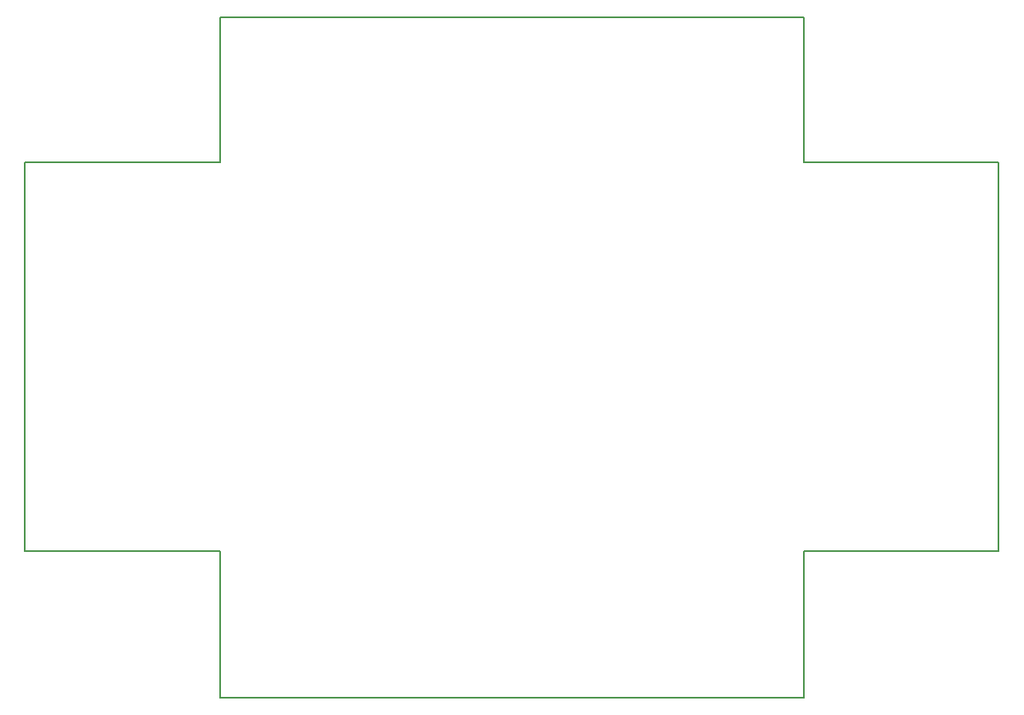
<source format=gko>
G04 DesignSpark PCB Gerber Version 10.0 Build 5299*
G04 #@! TF.Part,Single*
%FSLAX35Y35*%
%MOIN*%
%ADD10C,0.00500*%
G04 #@! TD.AperFunction*
X0Y0D02*
D02*
D10*
X250Y59305D02*
Y216785D01*
X78990D01*
Y275447D01*
X315211D01*
Y216785D01*
X393951D01*
Y59305D01*
X315211D01*
Y250D01*
X78990D01*
Y59305D01*
X250D01*
X0Y0D02*
M02*

</source>
